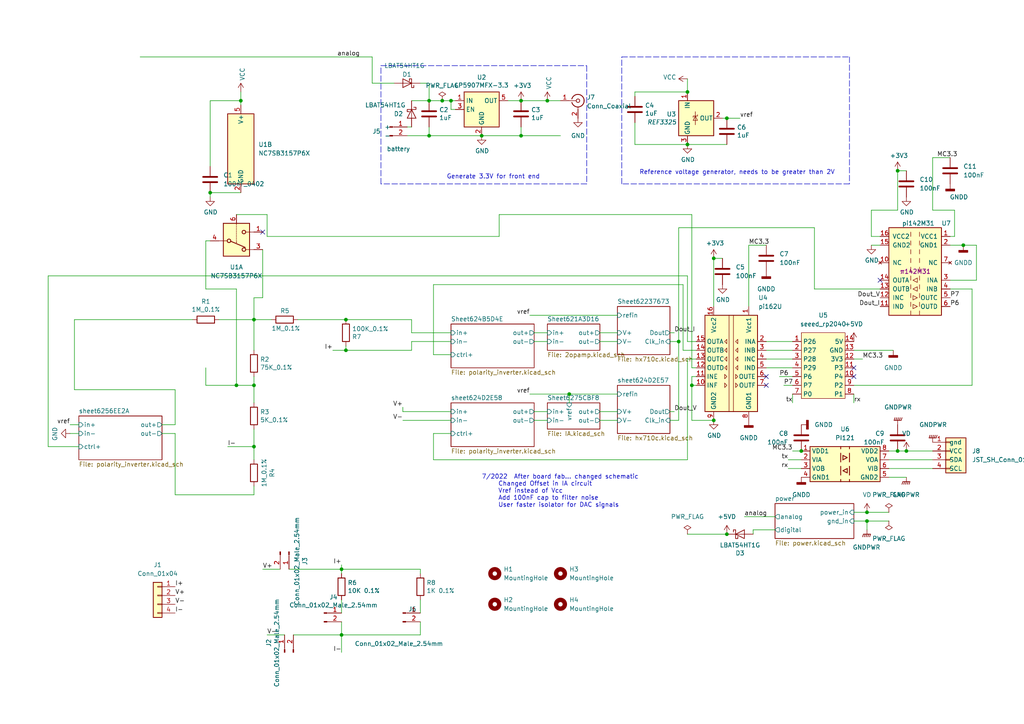
<source format=kicad_sch>
(kicad_sch (version 20211123) (generator eeschema)
  (paper "A4")
  (lib_symbols
    (symbol "0JLC-6:100K_0.1%" (pin_numbers hide) (pin_names (offset 0))
      (property "Reference" "R" (at 2.032 0 90))
      (property "Value" "100K_0.1%" (at 0 0 90))
      (symbol "100K_0.1%_1_1"
        (pin passive line (at 0 3.81 270) (length 1.27) (name "~") (number "1"))
        (pin passive line (at 0 -3.81 90) (length 1.27) (name "~") (number "2"))
      )
    )
    (symbol "0JLC-6:100nF" (pin_numbers hide) (pin_names (offset 0.254))
      (property "Reference" "C" (at 0.635 2.54 0))
      (property "Value" "100nF" (at 0.635 -2.54 0))
      (symbol "100nF_1_1"
        (pin passive line (at 0 3.81 270) (length 2.794) (name "~") (number "1"))
        (pin passive line (at 0 -3.81 90) (length 2.794) (name "~") (number "2"))
      )
    )
    (symbol "0JLC-6:100nF_0402" (pin_numbers hide) (pin_names (offset 0.254))
      (property "Reference" "C" (at 0.635 2.54 0))
      (property "Value" "100nF_0402" (at 0.635 -2.54 0))
      (symbol "100nF_0402_1_1"
        (pin passive line (at 0 3.81 270) (length 2.794) (name "~") (number "1"))
        (pin passive line (at 0 -3.81 90) (length 2.794) (name "~") (number "2"))
      )
    )
    (symbol "0JLC-6:10K" (pin_numbers hide) (pin_names (offset 0))
      (property "Reference" "R" (at 2.032 0 90))
      (property "Value" "10K" (at 0 0 90))
      (symbol "10K_1_1"
        (pin passive line (at 0 3.81 270) (length 1.27) (name "~") (number "1"))
        (pin passive line (at 0 -3.81 90) (length 1.27) (name "~") (number "2"))
      )
    )
    (symbol "0JLC-6:1K" (pin_numbers hide) (pin_names (offset 0))
      (property "Reference" "R" (at 2.032 0 90))
      (property "Value" "1K" (at 0 0 90))
      (symbol "1K_1_1"
        (pin passive line (at 0 3.81 270) (length 1.27) (name "~") (number "1"))
        (pin passive line (at 0 -3.81 90) (length 1.27) (name "~") (number "2"))
      )
    )
    (symbol "0JLC-6:1M_0.1%" (pin_numbers hide) (pin_names (offset 0))
      (property "Reference" "R" (at 2.032 0 90))
      (property "Value" "1M_0.1%" (at 0 0 90))
      (symbol "1M_0.1%_1_1"
        (pin passive line (at 0 3.81 270) (length 1.27) (name "~") (number "1"))
        (pin passive line (at 0 -3.81 90) (length 1.27) (name "~") (number "2"))
      )
    )
    (symbol "0JLC-6:1uF" (pin_numbers hide) (pin_names (offset 0.254))
      (property "Reference" "C" (at 0.635 2.54 0))
      (property "Value" "1uF" (at 0.635 -2.54 0))
      (symbol "1uF_1_1"
        (pin passive line (at 0 3.81 270) (length 2.794) (name "~") (number "1"))
        (pin passive line (at 0 -3.81 90) (length 2.794) (name "~") (number "2"))
      )
    )
    (symbol "0JLC-6:5K_0.1%" (pin_numbers hide) (pin_names (offset 0))
      (property "Reference" "R" (at 2.032 0 90))
      (property "Value" "5K_0.1%" (at 0 0 90))
      (symbol "5K_0.1%_1_1"
        (pin passive line (at 0 3.81 270) (length 1.27) (name "~") (number "1"))
        (pin passive line (at 0 -3.81 90) (length 1.27) (name "~") (number "2"))
      )
    )
    (symbol "0JLC-6:75K_0.1%" (pin_numbers hide) (pin_names (offset 0))
      (property "Reference" "R" (at 2.032 0 90))
      (property "Value" "75K_0.1%" (at 0 0 90))
      (symbol "75K_0.1%_1_1"
        (pin passive line (at 0 3.81 270) (length 1.27) (name "~") (number "1"))
        (pin passive line (at 0 -3.81 90) (length 1.27) (name "~") (number "2"))
      )
    )
    (symbol "0JLC-6:Conn_01x02_Male_2.54mm" (pin_names (offset 1.016) hide)
      (property "Reference" "J" (at 0 2.54 0))
      (property "Value" "Conn_01x02_Male_2.54mm" (at 0 -5.08 0))
      (symbol "Conn_01x02_Male_2.54mm_1_1"
        (pin passive line (at 5.08 0 180) (length 3.81) (name "Pin_1") (number "1"))
        (pin passive line (at 5.08 -2.54 180) (length 3.81) (name "Pin_2") (number "2"))
      )
    )
    (symbol "0JLC-6:JST-B2B-PH" (pin_names (offset 1.016))
      (property "Reference" "J" (at 0 2.54 0))
      (property "Value" "JST-B2B-PH" (at 0 -5.08 0))
      (symbol "JST-B2B-PH_1_1"
        (pin passive line (at 5.08 0 180) (length 3.81) (name "+") (number "1"))
        (pin passive line (at 5.08 -2.54 180) (length 3.81) (name "-") (number "2"))
      )
    )
    (symbol "0JLC-6:JST_SH_Conn_01x04_i2c_horizontal" (pin_names (offset 1.016))
      (property "Reference" "J" (at 0 5.08 0))
      (property "Value" "JST_SH_Conn_01x04_i2c_horizontal" (at 0 -7.62 0))
      (symbol "JST_SH_Conn_01x04_i2c_horizontal_1_1"
        (pin passive line (at -5.08 2.54 0) (length 3.81) (name "gnd") (number "1"))
        (pin passive line (at -5.08 0 0) (length 3.81) (name "VCC") (number "2"))
        (pin passive line (at -5.08 -2.54 0) (length 3.81) (name "SDA") (number "3"))
        (pin passive line (at -5.08 -5.08 0) (length 3.81) (name "SCL") (number "4"))
      )
    )
    (symbol "0JLC-6:LBAT54HT1G" (pin_numbers hide) (pin_names (offset 1.016) hide)
      (property "Reference" "D" (at 0 2.54 0))
      (property "Value" "LBAT54HT1G" (at 0 -2.54 0))
      (symbol "LBAT54HT1G_1_1"
        (pin passive line (at -3.81 0 0) (length 2.54) (name "K") (number "1"))
        (pin passive line (at 3.81 0 180) (length 2.54) (name "A") (number "2"))
      )
    )
    (symbol "0JLC-6:LP5907MFX-3.3"
      (property "Reference" "U" (at -3.81 6.35 0))
      (property "Value" "LP5907MFX-3.3" (at 6.35 6.35 0))
      (symbol "LP5907MFX-3.3_0_1"
        (pin power_in line (at -7.62 2.54 0) (length 2.54) (name "IN") (number "1"))
        (pin power_in line (at 0 -7.62 90) (length 2.54) (name "GND") (number "2"))
        (pin input line (at -7.62 0 0) (length 2.54) (name "EN") (number "3"))
        (pin no_connect line (at 5.08 0 180) (length 2.54) hide (name "NC") (number "4"))
        (pin power_out line (at 7.62 2.54 180) (length 2.54) (name "OUT") (number "5"))
      )
    )
    (symbol "0JLC-6:PI121"
      (property "Reference" "U" (at -8.89 6.35 0))
      (property "Value" "PI121" (at 1.27 6.35 0))
      (symbol "PI121_1_1"
        (pin power_in line (at -12.7 3.81 0) (length 2.54) (name "VDD1") (number "1"))
        (pin input line (at -12.7 1.27 0) (length 2.54) (name "VIA") (number "2"))
        (pin output line (at -12.7 -1.27 0) (length 2.54) (name "VOB") (number "3"))
        (pin power_in line (at -12.7 -3.81 0) (length 2.54) (name "GND1") (number "4"))
        (pin power_in line (at 12.7 -3.81 180) (length 2.54) (name "GND2") (number "5"))
        (pin input line (at 12.7 -1.27 180) (length 2.54) (name "VIB") (number "6"))
        (pin output line (at 12.7 1.27 180) (length 2.54) (name "VOA") (number "7"))
        (pin power_in line (at 12.7 3.81 180) (length 2.54) (name "VDD2") (number "8"))
      )
    )
    (symbol "0JLC-6:pi142x3x" (pin_names (offset 1.016))
      (property "Reference" "U?" (at 0 17.78 0))
      (property "Value" "pi142x3x" (at 0 15.24 0))
      (property "MPN" "π142M31" (at 0 0 0))
      (symbol "pi142x3x_1_1"
        (pin power_in line (at -10.16 10.16 0) (length 2.54) (name "VCC1") (number "1"))
        (pin no_connect line (at 10.16 2.54 180) (length 2.54) (name "NC") (number "10"))
        (pin input line (at 10.16 -10.16 180) (length 2.54) (name "IND") (number "11"))
        (pin input line (at 10.16 -7.62 180) (length 2.54) (name "INC") (number "12"))
        (pin output line (at 10.16 -5.08 180) (length 2.54) (name "OUTB") (number "13"))
        (pin output line (at 10.16 -2.54 180) (length 2.54) (name "OUTA") (number "14"))
        (pin power_in line (at 10.16 7.62 180) (length 2.54) (name "GND2") (number "15"))
        (pin power_in line (at 10.16 10.16 180) (length 2.54) (name "VCC2") (number "16"))
        (pin power_in line (at -10.16 7.62 0) (length 2.54) (name "GND1") (number "2"))
        (pin input line (at -10.16 -2.54 0) (length 2.54) (name "INA") (number "3"))
        (pin input line (at -10.16 -5.08 0) (length 2.54) (name "INB") (number "4"))
        (pin output line (at -10.16 -7.62 0) (length 2.54) (name "OUTC") (number "5"))
        (pin output line (at -10.16 -10.16 0) (length 2.54) (name "OUTD") (number "6"))
        (pin no_connect line (at -10.16 2.54 0) (length 2.54) (name "NC") (number "7"))
        (pin passive line (at -10.16 7.62 0) (length 2.54) hide (name "GND1") (number "8"))
        (pin passive line (at 10.16 7.62 180) (length 2.54) hide (name "GND2") (number "9"))
      )
    )
    (symbol "Analog_Switch:NC7SB3157P6X" (pin_names (offset 0.127))
      (property "Reference" "U" (at -3.175 4.699 0))
      (property "Value" "NC7SB3157P6X" (at -3.175 2.921 0))
      (symbol "NC7SB3157P6X_1_1"
        (pin passive line (at 7.62 -5.08 180) (length 2.54) (name "~") (number "1"))
        (pin passive line (at 7.62 0 180) (length 2.54) (name "~") (number "3"))
        (pin passive line (at -7.62 -2.54 0) (length 2.54) (name "~") (number "4"))
        (pin input line (at 0 -10.16 90) (length 2.54) (name "~") (number "6"))
      )
      (symbol "NC7SB3157P6X_2_0"
        (pin power_in line (at 0 -12.7 90) (length 2.54) (name "GND") (number "2"))
        (pin power_in line (at 0 12.7 270) (length 2.54) (name "V+") (number "5"))
      )
    )
    (symbol "Connector:Conn_Coaxial" (pin_names (offset 1.016) hide)
      (property "Reference" "J" (at 0.254 3.048 0))
      (property "Value" "Conn_Coaxial" (at 2.921 0 90))
      (symbol "Conn_Coaxial_1_1"
        (pin passive line (at -5.08 0 0) (length 2.54) (name "In") (number "1"))
        (pin passive line (at 0 -5.08 90) (length 2.54) (name "Ext") (number "2"))
      )
    )
    (symbol "Connector_Generic:Conn_01x04" (pin_names (offset 1.016) hide)
      (property "Reference" "J" (at 0 5.08 0))
      (property "Value" "Conn_01x04" (at 0 -7.62 0))
      (symbol "Conn_01x04_1_1"
        (pin passive line (at -5.08 2.54 0) (length 3.81) (name "Pin_1") (number "1"))
        (pin passive line (at -5.08 0 0) (length 3.81) (name "Pin_2") (number "2"))
        (pin passive line (at -5.08 -2.54 0) (length 3.81) (name "Pin_3") (number "3"))
        (pin passive line (at -5.08 -5.08 0) (length 3.81) (name "Pin_4") (number "4"))
      )
    )
    (symbol "Isolator:ISO7762DW"
      (property "Reference" "U" (at 8.255 14.605 0))
      (property "Value" "ISO7762DW" (at 8.255 12.065 0))
      (symbol "ISO7762DW_1_1"
        (pin power_in line (at -5.08 17.78 270) (length 2.54) (name "Vcc1") (number "1"))
        (pin input line (at 10.16 -5.08 180) (length 2.54) (name "INF") (number "10"))
        (pin input line (at 10.16 -2.54 180) (length 2.54) (name "INE") (number "11"))
        (pin output line (at 10.16 0 180) (length 2.54) (name "OUTD") (number "12"))
        (pin output line (at 10.16 2.54 180) (length 2.54) (name "OUTC") (number "13"))
        (pin output line (at 10.16 5.08 180) (length 2.54) (name "OUTB") (number "14"))
        (pin output line (at 10.16 7.62 180) (length 2.54) (name "OUTA") (number "15"))
        (pin power_in line (at 5.08 17.78 270) (length 2.54) (name "Vcc2") (number "16"))
        (pin input line (at -10.16 7.62 0) (length 2.54) (name "INA") (number "2"))
        (pin input line (at -10.16 5.08 0) (length 2.54) (name "INB") (number "3"))
        (pin input line (at -10.16 2.54 0) (length 2.54) (name "INC") (number "4"))
        (pin input line (at -10.16 0 0) (length 2.54) (name "IND") (number "5"))
        (pin output line (at -10.16 -2.54 0) (length 2.54) (name "OUTE") (number "6"))
        (pin output line (at -10.16 -5.08 0) (length 2.54) (name "OUTF") (number "7"))
        (pin power_in line (at -5.08 -15.24 90) (length 2.54) (name "GND1") (number "8"))
        (pin power_in line (at 5.08 -15.24 90) (length 2.54) (name "GND2") (number "9"))
      )
    )
    (symbol "Mechanical:MountingHole" (pin_names (offset 1.016))
      (property "Reference" "H" (at 0 5.08 0))
      (property "Value" "MountingHole" (at 0 3.175 0))
    )
    (symbol "Reference_Voltage:REF3033" (pin_names (offset 0.254))
      (property "Reference" "U" (at 0 6.35 0))
      (property "Value" "REF3033" (at 2.54 -6.35 0))
      (symbol "REF3033_1_1"
        (pin power_in line (at -2.54 7.62 270) (length 2.54) (name "IN") (number "1"))
        (pin power_out line (at 7.62 0 180) (length 2.54) (name "OUT") (number "2"))
        (pin power_in line (at -2.54 -7.62 90) (length 2.54) (name "GND") (number "3"))
      )
    )
    (symbol "power:+3.3V" (power) (pin_names (offset 0))
      (property "Value" "+3.3V" (at 0 3.556 0))
      (symbol "+3.3V_1_1"
        (pin power_in line (at 0 0 90) (length 0) hide (name "+3V3") (number "1"))
      )
    )
    (symbol "power:+5VD" (power) (pin_names (offset 0))
      (property "Value" "+5VD" (at 0 3.556 0))
      (symbol "+5VD_1_1"
        (pin power_in line (at 0 0 90) (length 0) hide (name "+5VD") (number "1"))
      )
    )
    (symbol "power:GND" (power) (pin_names (offset 0))
      (property "Value" "GND" (at 0 -3.81 0))
      (symbol "GND_1_1"
        (pin power_in line (at 0 0 270) (length 0) hide (name "GND") (number "1"))
      )
    )
    (symbol "power:GNDD" (power) (pin_names (offset 0))
      (property "Value" "GNDD" (at 0 -3.175 0))
      (symbol "GNDD_1_1"
        (pin power_in line (at 0 0 270) (length 0) hide (name "GNDD") (number "1"))
      )
    )
    (symbol "power:GNDPWR" (power) (pin_names (offset 0))
      (property "Value" "GNDPWR" (at 0 -3.302 0))
      (symbol "GNDPWR_1_1"
        (pin power_in line (at 0 0 270) (length 0) hide (name "GNDPWR") (number "1"))
      )
    )
    (symbol "power:PWR_FLAG" (power) (pin_numbers hide) (pin_names (offset 0) hide)
      (property "Value" "PWR_FLAG" (at 0 3.81 0))
      (symbol "PWR_FLAG_0_0"
        (pin power_out line (at 0 0 90) (length 0) (name "pwr") (number "1"))
      )
    )
    (symbol "power:VCC" (power) (pin_names (offset 0))
      (property "Value" "VCC" (at 0 3.81 0))
      (symbol "VCC_1_1"
        (pin power_in line (at 0 0 90) (length 0) hide (name "VCC") (number "1"))
      )
    )
    (symbol "power:VD" (power) (pin_names (offset 0))
      (property "Value" "VD" (at 0 3.81 0))
      (symbol "VD_1_1"
        (pin power_in line (at 0 0 90) (length 0) hide (name "VD") (number "1"))
      )
    )
    (symbol "schematic_library:seeed_rp2040"
      (property "Reference" "U" (at -2.54 1.27 0))
      (property "Value" "seeed_rp2040" (at 0 3.81 0))
      (symbol "seeed_rp2040_1_1"
        (pin bidirectional line (at -8.89 -2.54 0) (length 2.54) (name "P26") (number "1"))
        (pin bidirectional line (at 8.89 -12.7 180) (length 2.54) (name "P4") (number "10"))
        (pin bidirectional line (at 8.89 -10.16 180) (length 2.54) (name "P3") (number "11"))
        (pin power_out line (at 8.89 -7.62 180) (length 2.54) (name "3V3") (number "12"))
        (pin passive line (at 8.89 -5.08 180) (length 2.54) (name "GND") (number "13"))
        (pin passive line (at 8.89 -2.54 180) (length 2.54) (name "5V") (number "14"))
        (pin bidirectional line (at -8.89 -5.08 0) (length 2.54) (name "P27") (number "2"))
        (pin bidirectional line (at -8.89 -7.62 0) (length 2.54) (name "P28") (number "3"))
        (pin bidirectional line (at -8.89 -10.16 0) (length 2.54) (name "P29") (number "4"))
        (pin bidirectional line (at -8.89 -12.7 0) (length 2.54) (name "P6") (number "5"))
        (pin bidirectional line (at -8.89 -15.24 0) (length 2.54) (name "P7") (number "6"))
        (pin bidirectional line (at -8.89 -17.78 0) (length 2.54) (name "P0") (number "7"))
        (pin bidirectional line (at 8.89 -17.78 180) (length 2.54) (name "P1") (number "8"))
        (pin bidirectional line (at 8.89 -15.24 180) (length 2.54) (name "P2") (number "9"))
      )
    )
  )
  (junction (at 260.35 49.53))
  (junction (at 251.46 148.59))
  (junction (at 128.27 29.21))
  (junction (at 200.66 111.76))
  (junction (at 100.33 92.71))
  (junction (at 262.89 130.81))
  (junction (at 99.06 184.15))
  (junction (at 251.46 151.13))
  (junction (at 210.82 34.29))
  (junction (at 232.41 130.81))
  (junction (at 279.4 71.12))
  (junction (at 139.7 39.37))
  (junction (at 73.66 92.71))
  (junction (at 210.82 154.94))
  (junction (at 199.39 26.67))
  (junction (at 124.46 29.21))
  (junction (at 158.75 29.21))
  (junction (at 60.96 55.88))
  (junction (at 99.06 165.1))
  (junction (at 165.1 114.3))
  (junction (at 69.85 29.21))
  (junction (at 73.66 129.54))
  (junction (at 196.85 99.06))
  (junction (at 207.01 121.92))
  (junction (at 68.58 111.76))
  (junction (at 73.66 111.76))
  (junction (at 151.13 29.21))
  (junction (at 130.81 29.21))
  (junction (at 100.33 101.6))
  (junction (at 124.46 39.37))
  (junction (at 199.39 41.91))
  (junction (at 207.01 74.93))
  (junction (at 260.35 130.81))
  (junction (at 151.13 39.37))
  (no_connect (at 76.2 67.31))
  (no_connect (at 247.65 109.22))
  (no_connect (at 247.65 106.68))
  (no_connect (at 255.27 81.28))
  (no_connect (at 222.25 109.22))
  (no_connect (at 222.25 111.76))
  (wire (pts (xy 121.92 165.1) (xy 121.92 166.37)))
  (wire (pts (xy 124.46 39.37) (xy 139.7 39.37)))
  (wire (pts (xy 77.47 184.15) (xy 82.55 184.15)))
  (wire (pts (xy 119.38 29.21) (xy 124.46 29.21)))
  (wire (pts (xy 194.31 99.06) (xy 196.85 99.06)))
  (wire (pts (xy 165.1 114.3) (xy 165.1 116.84)))
  (wire (pts (xy 228.6 135.89) (xy 232.41 135.89)))
  (wire (pts (xy 21.59 113.03) (xy 21.59 92.71)))
  (wire (pts (xy 154.94 121.92) (xy 158.75 121.92)))
  (wire (pts (xy 276.86 60.96) (xy 276.86 68.58)))
  (wire (pts (xy 50.8 125.73) (xy 50.8 143.51)))
  (wire (pts (xy 13.97 129.54) (xy 22.86 129.54)))
  (polyline (pts (xy 170.18 53.34) (xy 110.49 53.34)))
  (wire (pts (xy 69.85 29.21) (xy 69.85 30.48)))
  (wire (pts (xy 194.31 119.38) (xy 195.58 119.38)))
  (wire (pts (xy 99.06 180.34) (xy 99.06 184.15)))
  (wire (pts (xy 118.11 36.83) (xy 119.38 36.83)))
  (wire (pts (xy 107.95 24.13) (xy 107.95 16.51)))
  (wire (pts (xy 50.8 123.19) (xy 50.8 113.03)))
  (wire (pts (xy 217.17 71.12) (xy 222.25 71.12)))
  (wire (pts (xy 121.92 173.99) (xy 121.92 177.8)))
  (wire (pts (xy 130.81 99.06) (xy 119.38 99.06)))
  (wire (pts (xy 121.92 184.15) (xy 99.06 184.15)))
  (wire (pts (xy 283.21 81.28) (xy 283.21 71.12)))
  (wire (pts (xy 100.33 100.33) (xy 100.33 101.6)))
  (wire (pts (xy 210.82 34.29) (xy 214.63 34.29)))
  (wire (pts (xy 196.85 99.06) (xy 196.85 121.92)))
  (wire (pts (xy 119.38 99.06) (xy 119.38 101.6)))
  (wire (pts (xy 68.58 83.82) (xy 59.69 83.82)))
  (wire (pts (xy 200.66 62.23) (xy 200.66 106.68)))
  (wire (pts (xy 69.85 26.67) (xy 69.85 29.21)))
  (wire (pts (xy 119.38 101.6) (xy 100.33 101.6)))
  (wire (pts (xy 162.56 39.37) (xy 151.13 39.37)))
  (wire (pts (xy 251.46 151.13) (xy 257.81 151.13)))
  (wire (pts (xy 99.06 184.15) (xy 99.06 189.23)))
  (wire (pts (xy 125.73 133.35) (xy 125.73 125.73)))
  (wire (pts (xy 73.66 86.36) (xy 73.66 92.71)))
  (wire (pts (xy 125.73 133.35) (xy 199.39 133.35)))
  (wire (pts (xy 198.12 82.55) (xy 125.73 82.55)))
  (wire (pts (xy 229.87 114.3) (xy 229.87 116.84)))
  (wire (pts (xy 130.81 119.38) (xy 116.84 119.38)))
  (wire (pts (xy 218.44 153.67) (xy 218.44 154.94)))
  (wire (pts (xy 257.81 135.89) (xy 270.51 135.89)))
  (wire (pts (xy 50.8 143.51) (xy 73.66 143.51)))
  (wire (pts (xy 196.85 121.92) (xy 194.31 121.92)))
  (wire (pts (xy 73.66 92.71) (xy 73.66 101.6)))
  (wire (pts (xy 147.32 29.21) (xy 151.13 29.21)))
  (wire (pts (xy 77.47 68.58) (xy 144.78 68.58)))
  (wire (pts (xy 66.04 129.54) (xy 73.66 129.54)))
  (wire (pts (xy 59.69 69.85) (xy 60.96 69.85)))
  (wire (pts (xy 73.66 109.22) (xy 73.66 111.76)))
  (wire (pts (xy 227.33 111.76) (xy 229.87 111.76)))
  (wire (pts (xy 144.78 62.23) (xy 200.66 62.23)))
  (wire (pts (xy 59.69 83.82) (xy 59.69 69.85)))
  (wire (pts (xy 154.94 119.38) (xy 158.75 119.38)))
  (wire (pts (xy 247.65 101.6) (xy 259.08 101.6)))
  (wire (pts (xy 215.9 149.86) (xy 224.79 149.86)))
  (wire (pts (xy 73.66 92.71) (xy 78.74 92.71)))
  (wire (pts (xy 281.94 83.82) (xy 281.94 111.76)))
  (wire (pts (xy 228.6 133.35) (xy 232.41 133.35)))
  (wire (pts (xy 124.46 29.21) (xy 128.27 29.21)))
  (wire (pts (xy 144.78 68.58) (xy 144.78 62.23)))
  (wire (pts (xy 251.46 151.13) (xy 251.46 153.67)))
  (wire (pts (xy 60.96 55.88) (xy 60.96 57.15)))
  (wire (pts (xy 207.01 74.93) (xy 209.55 74.93)))
  (wire (pts (xy 251.46 148.59) (xy 247.65 148.59)))
  (wire (pts (xy 236.22 66.04) (xy 196.85 66.04)))
  (wire (pts (xy 198.12 101.6) (xy 198.12 82.55)))
  (wire (pts (xy 132.08 31.75) (xy 130.81 31.75)))
  (wire (pts (xy 247.65 111.76) (xy 281.94 111.76)))
  (wire (pts (xy 99.06 165.1) (xy 99.06 166.37)))
  (wire (pts (xy 116.84 119.38) (xy 116.84 118.11)))
  (wire (pts (xy 73.66 111.76) (xy 73.66 116.84)))
  (wire (pts (xy 21.59 92.71) (xy 55.88 92.71)))
  (wire (pts (xy 63.5 92.71) (xy 73.66 92.71)))
  (wire (pts (xy 199.39 104.14) (xy 201.93 104.14)))
  (wire (pts (xy 260.35 130.81) (xy 262.89 130.81)))
  (wire (pts (xy 199.39 41.91) (xy 184.15 41.91)))
  (wire (pts (xy 226.06 109.22) (xy 229.87 109.22)))
  (wire (pts (xy 60.96 48.26) (xy 60.96 29.21)))
  (wire (pts (xy 275.59 83.82) (xy 281.94 83.82)))
  (wire (pts (xy 260.35 49.53) (xy 262.89 49.53)))
  (wire (pts (xy 99.06 173.99) (xy 99.06 177.8)))
  (wire (pts (xy 251.46 148.59) (xy 257.81 148.59)))
  (wire (pts (xy 116.84 121.92) (xy 130.81 121.92)))
  (wire (pts (xy 154.94 99.06) (xy 158.75 99.06)))
  (polyline (pts (xy 246.38 16.51) (xy 246.38 53.34)))
  (wire (pts (xy 270.51 45.72) (xy 270.51 60.96)))
  (wire (pts (xy 179.07 114.3) (xy 165.1 114.3)))
  (wire (pts (xy 165.1 114.3) (xy 153.67 114.3)))
  (wire (pts (xy 121.92 24.13) (xy 124.46 24.13)))
  (wire (pts (xy 119.38 92.71) (xy 119.38 96.52)))
  (polyline (pts (xy 180.34 53.34) (xy 180.34 16.51)))
  (wire (pts (xy 179.07 91.44) (xy 153.67 91.44)))
  (wire (pts (xy 275.59 81.28) (xy 283.21 81.28)))
  (wire (pts (xy 201.93 109.22) (xy 200.66 109.22)))
  (wire (pts (xy 50.8 113.03) (xy 21.59 113.03)))
  (wire (pts (xy 107.95 16.51) (xy 40.64 16.51)))
  (wire (pts (xy 247.65 114.3) (xy 247.65 116.84)))
  (wire (pts (xy 275.59 71.12) (xy 279.4 71.12)))
  (polyline (pts (xy 110.49 19.05) (xy 170.18 19.05)))
  (wire (pts (xy 86.36 92.71) (xy 100.33 92.71)))
  (polyline (pts (xy 110.49 53.34) (xy 110.49 19.05)))
  (wire (pts (xy 199.39 80.01) (xy 199.39 99.06)))
  (wire (pts (xy 257.81 130.81) (xy 260.35 130.81)))
  (polyline (pts (xy 170.18 19.05) (xy 170.18 53.34)))
  (polyline (pts (xy 180.34 16.51) (xy 246.38 16.51)))
  (wire (pts (xy 130.81 29.21) (xy 132.08 29.21)))
  (wire (pts (xy 199.39 99.06) (xy 201.93 99.06)))
  (wire (pts (xy 179.07 119.38) (xy 173.99 119.38)))
  (wire (pts (xy 255.27 83.82) (xy 236.22 83.82)))
  (wire (pts (xy 99.06 165.1) (xy 121.92 165.1)))
  (wire (pts (xy 130.81 31.75) (xy 130.81 29.21)))
  (wire (pts (xy 69.85 55.88) (xy 60.96 55.88)))
  (wire (pts (xy 68.58 111.76) (xy 68.58 83.82)))
  (wire (pts (xy 76.2 72.39) (xy 76.2 86.36)))
  (wire (pts (xy 184.15 41.91) (xy 184.15 35.56)))
  (wire (pts (xy 200.66 111.76) (xy 201.93 111.76)))
  (wire (pts (xy 73.66 129.54) (xy 73.66 133.35)))
  (wire (pts (xy 173.99 99.06) (xy 179.07 99.06)))
  (wire (pts (xy 236.22 83.82) (xy 236.22 66.04)))
  (wire (pts (xy 199.39 22.86) (xy 199.39 26.67)))
  (wire (pts (xy 199.39 154.94) (xy 210.82 154.94)))
  (wire (pts (xy 68.58 111.76) (xy 73.66 111.76)))
  (wire (pts (xy 201.93 106.68) (xy 200.66 106.68)))
  (wire (pts (xy 222.25 106.68) (xy 229.87 106.68)))
  (wire (pts (xy 247.65 151.13) (xy 251.46 151.13)))
  (wire (pts (xy 200.66 111.76) (xy 200.66 121.92)))
  (wire (pts (xy 158.75 29.21) (xy 162.56 29.21)))
  (wire (pts (xy 46.99 125.73) (xy 50.8 125.73)))
  (wire (pts (xy 125.73 125.73) (xy 130.81 125.73)))
  (wire (pts (xy 201.93 101.6) (xy 198.12 101.6)))
  (wire (pts (xy 257.81 138.43) (xy 262.89 138.43)))
  (wire (pts (xy 13.97 129.54) (xy 13.97 80.01)))
  (wire (pts (xy 179.07 96.52) (xy 173.99 96.52)))
  (wire (pts (xy 199.39 133.35) (xy 199.39 104.14)))
  (wire (pts (xy 81.28 165.1) (xy 76.2 165.1)))
  (wire (pts (xy 99.06 163.83) (xy 99.06 165.1)))
  (wire (pts (xy 260.35 49.53) (xy 260.35 60.96)))
  (wire (pts (xy 184.15 26.67) (xy 199.39 26.67)))
  (wire (pts (xy 68.58 62.23) (xy 77.47 62.23)))
  (wire (pts (xy 209.55 34.29) (xy 210.82 34.29)))
  (wire (pts (xy 276.86 68.58) (xy 275.59 68.58)))
  (wire (pts (xy 210.82 41.91) (xy 199.39 41.91)))
  (wire (pts (xy 46.99 123.19) (xy 50.8 123.19)))
  (wire (pts (xy 252.73 71.12) (xy 255.27 71.12)))
  (wire (pts (xy 59.69 106.68) (xy 59.69 111.76)))
  (wire (pts (xy 252.73 60.96) (xy 260.35 60.96)))
  (wire (pts (xy 20.32 123.19) (xy 22.86 123.19)))
  (wire (pts (xy 100.33 92.71) (xy 119.38 92.71)))
  (wire (pts (xy 222.25 104.14) (xy 229.87 104.14)))
  (wire (pts (xy 125.73 102.87) (xy 130.81 102.87)))
  (wire (pts (xy 59.69 111.76) (xy 68.58 111.76)))
  (wire (pts (xy 121.92 180.34) (xy 121.92 184.15)))
  (wire (pts (xy 255.27 68.58) (xy 252.73 68.58)))
  (wire (pts (xy 125.73 82.55) (xy 125.73 102.87)))
  (wire (pts (xy 13.97 80.01) (xy 199.39 80.01)))
  (wire (pts (xy 195.58 96.52) (xy 194.31 96.52)))
  (wire (pts (xy 217.17 71.12) (xy 217.17 88.9)))
  (wire (pts (xy 128.27 29.21) (xy 130.81 29.21)))
  (wire (pts (xy 196.85 66.04) (xy 196.85 99.06)))
  (wire (pts (xy 76.2 86.36) (xy 73.66 86.36)))
  (wire (pts (xy 114.3 24.13) (xy 107.95 24.13)))
  (wire (pts (xy 270.51 60.96) (xy 276.86 60.96)))
  (wire (pts (xy 222.25 101.6) (xy 229.87 101.6)))
  (wire (pts (xy 73.66 124.46) (xy 73.66 129.54)))
  (polyline (pts (xy 246.38 53.34) (xy 180.34 53.34)))
  (wire (pts (xy 60.96 29.21) (xy 69.85 29.21)))
  (wire (pts (xy 229.87 130.81) (xy 232.41 130.81)))
  (wire (pts (xy 247.65 104.14) (xy 250.19 104.14)))
  (wire (pts (xy 252.73 68.58) (xy 252.73 60.96)))
  (wire (pts (xy 257.81 133.35) (xy 270.51 133.35)))
  (wire (pts (xy 124.46 36.83) (xy 124.46 39.37)))
  (wire (pts (xy 173.99 121.92) (xy 179.07 121.92)))
  (wire (pts (xy 85.09 184.15) (xy 99.06 184.15)))
  (wire (pts (xy 77.47 62.23) (xy 77.47 68.58)))
  (wire (pts (xy 151.13 29.21) (xy 158.75 29.21)))
  (wire (pts (xy 83.82 165.1) (xy 99.06 165.1)))
  (wire (pts (xy 124.46 24.13) (xy 124.46 29.21)))
  (wire (pts (xy 96.52 101.6) (xy 100.33 101.6)))
  (wire (pts (xy 73.66 140.97) (xy 73.66 143.51)))
  (wire (pts (xy 270.51 45.72) (xy 275.59 45.72)))
  (wire (pts (xy 151.13 39.37) (xy 139.7 39.37)))
  (wire (pts (xy 119.38 96.52) (xy 130.81 96.52)))
  (wire (pts (xy 207.01 74.93) (xy 207.01 88.9)))
  (wire (pts (xy 283.21 71.12) (xy 279.4 71.12)))
  (wire (pts (xy 200.66 121.92) (xy 207.01 121.92)))
  (wire (pts (xy 154.94 96.52) (xy 158.75 96.52)))
  (wire (pts (xy 262.89 130.81) (xy 270.51 130.81)))
  (wire (pts (xy 222.25 99.06) (xy 229.87 99.06)))
  (wire (pts (xy 151.13 36.83) (xy 151.13 39.37)))
  (wire (pts (xy 224.79 153.67) (xy 218.44 153.67)))
  (wire (pts (xy 20.32 125.73) (xy 22.86 125.73)))
  (wire (pts (xy 184.15 27.94) (xy 184.15 26.67)))
  (wire (pts (xy 118.11 39.37) (xy 124.46 39.37)))
  (wire (pts (xy 200.66 109.22) (xy 200.66 111.76)))
  (text "7/2022  After board fab... changed schematic \n	Changed Offset in IA circuit\n   	Vref instead of Vcc\n   	Add 100nF cap to filter noise\n	User faster isolator for DAC signals" (at 139.7 147.32 0) (effects (font (size 1.27 1.27)) (justify left bottom)))
  (text "Reference voltage generator, needs to be greater than 2V\n" (at 185.42 50.8 0) (effects (font (size 1.27 1.27)) (justify left bottom)))
  (text "Generate 3.3V for front end" (at 129.54 52.07 0) (effects (font (size 1.27 1.27)) (justify left bottom)))
  (label "Dout_V" (at 255.27 86.36 180))
  (label "vref" (at 153.67 91.44 180))
  (label "I-" (at 50.8 177.8 0))
  (label "Dout_I" (at 195.58 96.52 0))
  (label "V-" (at 116.84 121.92 180))
  (label "P7" (at 227.33 111.76 0))
  (label "MC3.3" (at 217.17 71.12 0))
  (label "analog" (at 215.9 149.86 0))
  (label "V+" (at 116.84 118.11 180))
  (label "I+" (at 99.06 163.83 180))
  (label "I+" (at 96.52 101.6 180))
  (label "tx" (at 228.6 133.35 180))
  (label "rx" (at 228.6 135.89 180))
  (label "V-" (at 77.47 184.15 0))
  (label "I-" (at 66.04 129.54 0))
  (label "Dout_V" (at 195.58 119.38 0))
  (label "I+" (at 50.8 170.18 0))
  (label "analog" (at 97.79 16.51 0))
  (label "MC3.3" (at 271.78 45.72 0))
  (label "vref" (at 20.32 123.19 180))
  (label "V-" (at 50.8 175.26 0))
  (label "P7" (at 275.59 86.36 0))
  (label "vref" (at 153.67 114.3 180))
  (label "P6" (at 226.06 109.22 0))
  (label "Dout_I" (at 255.27 88.9 180))
  (label "rx" (at 247.65 116.84 0))
  (label "I-" (at 99.06 189.23 180))
  (label "V+" (at 76.2 165.1 0))
  (label "P6" (at 275.59 88.9 0))
  (label "V+" (at 50.8 172.72 0))
  (label "tx" (at 229.87 116.84 180))
  (label "vref" (at 214.63 34.29 0))
  (label "MC3.3" (at 229.87 130.81 180))
  (label "MC3.3" (at 250.19 104.14 0))
  (symbol (lib_id "0JLC-6:1M_0.1%") (at 59.69 92.71 270) (unit 1)
    (property "Reference" "R1" (at 59.69 87.4522 90))
    (property "Value" "1M_0.1%" (at 59.69 89.7636 90))
    (property "Footprint" "Resistor_SMD:R_1206_3216Metric_Pad1.42x1.75mm_HandSolder" (effects hide))
    (property "LCSC" "C130127" (effects hide))
    (property "MPN" "TC0625B1004T5E" (effects hide))
  )
  (symbol (lib_id "0JLC-6:1M_0.1%") (at 73.66 137.16 180) (unit 1)
    (property "Reference" "R4" (at 78.9178 137.16 90))
    (property "Value" "1M_0.1%" (at 76.6064 137.16 90))
    (property "Footprint" "Resistor_SMD:R_1206_3216Metric_Pad1.42x1.75mm_HandSolder" (effects hide))
    (property "LCSC" "C130127" (effects hide))
    (property "MPN" "TC0625B1004T5E" (effects hide))
  )
  (symbol (lib_id "0JLC-6:1M_0.1%") (at 82.55 92.71 270) (unit 1)
    (property "Reference" "R5" (at 81.28 90.17 90) (effects (justify left)))
    (property "Value" "1M_0.1%" (at 78.74 95.25 90) (effects (justify left)))
    (property "Footprint" "Resistor_SMD:R_1206_3216Metric_Pad1.42x1.75mm_HandSolder" (effects hide))
    (property "LCSC" "C130127" (effects hide))
    (property "MPN" "TC0625B1004T5E" (effects hide))
  )
  (symbol (lib_id "0JLC-6:LP5907MFX-3.3") (at 139.7 31.75 0) (unit 1)
    (property "Reference" "U2" (at 139.7 22.4282 0))
    (property "Value" "LP5907MFX-3.3" (at 139.7 24.7396 0))
    (property "Footprint" "Package_TO_SOT_SMD:SOT-23-5" (effects hide))
    (property "Datasheet" "http://www.ti.com/lit/ds/symlink/lp5907.pdf" (effects hide))
    (property "LCSC" "C80670" (effects hide))
    (property "MPN" "LP5907MFX-3.3/NOPB" (effects hide))
  )
  (symbol (lib_id "0JLC-6:1uF") (at 124.46 33.02 0) (unit 1)
    (property "Reference" "C2" (at 127.381 31.8516 0) (effects (justify left)))
    (property "Value" "1uF" (at 127.381 34.163 0) (effects (justify left)))
    (property "Footprint" "Capacitor_SMD:C_0603_1608Metric_Pad1.05x0.95mm_HandSolder" (effects hide))
    (property "LCSC" "C15849" (effects hide))
    (property "MPN" "CL10A105KB8NNNC" (effects hide))
  )
  (symbol (lib_id "0JLC-6:1uF") (at 151.13 33.02 0) (unit 1)
    (property "Reference" "C3" (at 154.051 31.8516 0) (effects (justify left)))
    (property "Value" "1uF" (at 154.051 34.163 0) (effects (justify left)))
    (property "Footprint" "Capacitor_SMD:C_0603_1608Metric_Pad1.05x0.95mm_HandSolder" (effects hide))
    (property "LCSC" "C15849" (effects hide))
    (property "MPN" "CL10A105KB8NNNC" (effects hide))
  )
  (symbol (lib_id "power:+3.3V") (at 151.13 29.21 0) (unit 1)
    (property "Reference" "#PWR05" (effects hide))
    (property "Value" "+3.3V" (at 151.511 24.8158 0))
  )
  (symbol (lib_id "power:GND") (at 139.7 39.37 0) (unit 1)
    (property "Reference" "#PWR04" (effects hide))
    (property "Value" "GND" (at 139.827 43.7642 0))
  )
  (symbol (lib_id "0JLC-6:75K_0.1%") (at 73.66 105.41 0) (unit 1)
    (property "Reference" "R2" (at 75.438 104.2416 0) (effects (justify left)))
    (property "Value" "75K_0.1%" (at 75.438 106.553 0) (effects (justify left)))
    (property "Footprint" "Resistor_SMD:R_0805_2012Metric_Pad1.15x1.40mm_HandSolder" (effects hide))
    (property "MPN" "TC0525B7502T5E" (effects hide))
    (property "LCSC" "C111588" (effects hide))
  )
  (symbol (lib_id "0JLC-6:10K") (at 99.06 170.18 0) (unit 1)
    (property "Reference" "R6" (at 100.838 169.0116 0) (effects (justify left)))
    (property "Value" "10K 0.1%" (at 100.838 171.323 0) (effects (justify left)))
    (property "Footprint" "Resistor_SMD:R_0603_1608Metric_Pad1.05x0.95mm_HandSolder" (effects hide))
    (property "LCSC" "C723396" (effects hide))
    (property "MPN" "AT0603BRD0710KL" (effects hide))
  )
  (symbol (lib_id "0JLC-6:Conn_01x02_Male_2.54mm") (at 93.98 177.8 0) (unit 1)
    (property "Reference" "J4" (at 96.7232 173.2026 0))
    (property "Value" "Conn_01x02_Male_2.54mm" (at 96.7232 175.514 0))
    (property "Footprint" "Connector_PinHeader_2.54mm:PinHeader_1x02_P2.54mm_Vertical" (effects hide))
    (property "LCSC" "C358684" (effects hide))
    (property "MPN" "MTP125-1102S1" (effects hide))
  )
  (symbol (lib_id "0JLC-6:Conn_01x02_Male_2.54mm") (at 116.84 177.8 0) (unit 1)
    (property "Reference" "J6" (at 118.4148 176.6824 0) (effects (justify left)))
    (property "Value" "Conn_01x02_Male_2.54mm" (at 102.87 186.69 0) (effects (justify left)))
    (property "Footprint" "Connector_PinHeader_2.54mm:PinHeader_1x02_P2.54mm_Vertical" (effects hide))
    (property "LCSC" "C358684" (effects hide))
    (property "MPN" "MTP125-1102S1" (effects hide))
  )
  (symbol (lib_id "power:VCC") (at 158.75 29.21 0) (unit 1)
    (property "Reference" "#PWR06" (effects hide))
    (property "Value" "VCC" (at 159.2072 25.9842 90) (effects (justify left)))
  )
  (symbol (lib_id "power:GND") (at 20.32 125.73 270) (unit 1)
    (property "Reference" "#PWR01" (effects hide))
    (property "Value" "GND" (at 15.9258 125.857 0))
  )
  (symbol (lib_id "0JLC-6:JST-B2B-PH") (at 113.03 36.83 0) (unit 1)
    (property "Reference" "J5" (at 109.22 38.1 0))
    (property "Value" "battery" (at 115.57 43.18 0))
    (property "Footprint" "Connector_JST:JST_PH_B2B-PH-K_1x02_P2.00mm_Vertical" (effects hide))
    (property "LCSC" "C131337" (effects hide))
    (property "MPN" "B2B-PH-K-S(LF)(SN)" (effects hide))
  )
  (symbol (lib_id "0JLC-6:5K_0.1%") (at 73.66 120.65 0) (unit 1)
    (property "Reference" "R3" (at 75.438 119.4816 0) (effects (justify left)))
    (property "Value" "5K_0.1%" (at 75.438 121.793 0) (effects (justify left)))
    (property "Footprint" "Resistor_SMD:R_0805_2012Metric_Pad1.15x1.40mm_HandSolder" (effects hide))
    (property "LCSC" "C78980" (effects hide))
    (property "MPN" "TC0525B5001T5E" (effects hide))
  )
  (symbol (lib_id "0JLC-6:100K_0.1%") (at 100.33 96.52 0) (mirror x) (unit 1)
    (property "Reference" "R7" (at 102.108 97.6884 0) (effects (justify left)))
    (property "Value" "100K_0.1%" (at 102.108 95.377 0) (effects (justify left)))
    (property "Footprint" "Resistor_SMD:R_0603_1608Metric_Pad1.05x0.95mm_HandSolder" (effects hide))
    (property "MPN" "RT0603BRD07100KL" (effects hide))
    (property "LCSC" "C122538" (effects hide))
  )
  (symbol (lib_id "power:PWR_FLAG") (at 128.27 29.21 0) (unit 1)
    (property "Reference" "#FLG01" (effects hide))
    (property "Value" "PWR_FLAG" (at 128.27 24.8158 0))
  )
  (symbol (lib_id "Reference_Voltage:REF3033") (at 201.93 34.29 0) (unit 1)
    (property "Reference" "U3" (at 196.1134 33.1216 0) (effects (justify right)))
    (property "Value" "REF3325" (at 196.1134 35.433 0) (effects (font italic) (justify right)))
    (property "Footprint" "Package_TO_SOT_SMD:SOT-23" (effects hide))
    (property "Datasheet" "http://www.ti.com/lit/ds/symlink/ref3033.pdf" (effects hide))
    (property "LCSC" "C69039" (effects hide))
    (property "MPN" "REF3325AIDBZR" (effects hide))
  )
  (symbol (lib_id "0JLC-6:1uF") (at 184.15 31.75 0) (unit 1)
    (property "Reference" "C4" (at 187.071 30.5816 0) (effects (justify left)))
    (property "Value" "1uF" (at 187.071 32.893 0) (effects (justify left)))
    (property "Footprint" "Capacitor_SMD:C_0603_1608Metric_Pad1.05x0.95mm_HandSolder" (effects hide))
    (property "LCSC" "C15849" (effects hide))
    (property "MPN" "CL10A105KB8NNNC" (effects hide))
  )
  (symbol (lib_id "0JLC-6:1uF") (at 210.82 38.1 0) (unit 1)
    (property "Reference" "C6" (at 213.741 36.9316 0) (effects (justify left)))
    (property "Value" "1uF" (at 213.741 39.243 0) (effects (justify left)))
    (property "Footprint" "Capacitor_SMD:C_0603_1608Metric_Pad1.05x0.95mm_HandSolder" (effects hide))
    (property "LCSC" "C15849" (effects hide))
    (property "MPN" "CL10A105KB8NNNC" (effects hide))
  )
  (symbol (lib_id "power:VCC") (at 199.39 22.86 90) (unit 1)
    (property "Reference" "#PWR08" (effects hide))
    (property "Value" "VCC" (at 196.1642 22.4028 90) (effects (justify left)))
  )
  (symbol (lib_id "0JLC-6:1K") (at 121.92 170.18 0) (unit 1)
    (property "Reference" "R8" (at 123.698 169.0116 0) (effects (justify left)))
    (property "Value" "1K 0.1%" (at 123.698 171.323 0) (effects (justify left)))
    (property "Footprint" "Resistor_SMD:R_0603_1608Metric_Pad1.05x0.95mm_HandSolder" (effects hide))
    (property "LCSC" "C328422" (effects hide))
    (property "MPN" "PTFR0603B1K00P9" (effects hide))
  )
  (symbol (lib_id "0JLC-6:Conn_01x02_Male_2.54mm") (at 83.82 160.02 270) (unit 1)
    (property "Reference" "J3" (at 88.4174 162.7632 0))
    (property "Value" "Conn_01x02_Male_2.54mm" (at 86.106 162.7632 0))
    (property "Footprint" "Connector_PinHeader_2.54mm:PinHeader_1x02_P2.54mm_Vertical" (effects hide))
    (property "LCSC" "C358684" (effects hide))
    (property "MPN" "MTP125-1102S1" (effects hide))
  )
  (symbol (lib_id "0JLC-6:Conn_01x02_Male_2.54mm") (at 82.55 189.23 90) (unit 1)
    (property "Reference" "J2" (at 77.9526 186.4868 0))
    (property "Value" "Conn_01x02_Male_2.54mm" (at 80.264 186.4868 0))
    (property "Footprint" "Connector_PinHeader_2.54mm:PinHeader_1x02_P2.54mm_Vertical" (effects hide))
    (property "LCSC" "C358684" (effects hide))
    (property "MPN" "MTP125-1102S1" (effects hide))
  )
  (symbol (lib_id "0JLC-6:LBAT54HT1G") (at 119.38 33.02 270) (unit 1)
    (property "Reference" "D2" (at 115.57 33.02 90))
    (property "Value" "LBAT54HT1G" (at 111.76 30.48 90))
    (property "Footprint" "Diode_SMD:D_SOD-323" (effects hide))
    (property "LCSC" "C12744" (effects hide))
    (property "Field5" "LBAT54HT1G" (effects hide))
  )
  (symbol (lib_id "0JLC-6:LBAT54HT1G") (at 118.11 24.13 180) (unit 1)
    (property "Reference" "D1" (at 119.38 21.59 0) (effects (justify left)))
    (property "Value" "LBAT54HT1G" (at 123.19 19.05 0) (effects (justify left)))
    (property "Footprint" "Diode_SMD:D_SOD-323" (effects hide))
    (property "LCSC" "C12744" (effects hide))
    (property "Field5" "LBAT54HT1G" (effects hide))
  )
  (symbol (lib_id "power:GND") (at 199.39 41.91 0) (unit 1)
    (property "Reference" "#PWR09" (effects hide))
    (property "Value" "GND" (at 199.517 46.3042 0))
  )
  (symbol (lib_id "power:+5VD") (at 247.65 99.06 0) (unit 1)
    (property "Reference" "#PWR018" (effects hide))
    (property "Value" "+5VD" (at 247.65 93.98 0))
  )
  (symbol (lib_id "0JLC-6:PI121") (at 245.11 134.62 0) (unit 1)
    (property "Reference" "U6" (at 245.11 124.46 0))
    (property "Value" "PI121" (at 245.11 127 0))
    (property "Footprint" "Package_SO:SOIC-8_3.9x4.9mm_P1.27mm" (effects hide))
    (property "Datasheet" "https://datasheet.lcsc.com/lcsc/2001131822_2Pai-Semi-%CF%80121U31_C471589.pdf" (effects hide))
    (property "LCSC" "C471589" (effects hide))
    (property "MPN" "π121U31" (effects hide))
  )
  (symbol (lib_id "power:GND") (at 262.89 57.15 0) (unit 1)
    (property "Reference" "#PWR025" (effects hide))
    (property "Value" "GND" (at 263.017 61.5442 0))
  )
  (symbol (lib_id "Connector:Conn_Coaxial") (at 167.64 29.21 0) (unit 1)
    (property "Reference" "J7" (at 170.18 28.2331 0) (effects (justify left)))
    (property "Value" "Conn_Coaxial" (at 170.18 30.7731 0) (effects (justify left)))
    (property "Footprint" "Connector_Coaxial:U.FL_Hirose_U.FL-R-SMT-1_Vertical" (effects hide))
    (property "Datasheet" " ~" (effects hide))
  )
  (symbol (lib_id "power:GND") (at 252.73 71.12 0) (unit 1)
    (property "Reference" "#PWR023" (effects hide))
    (property "Value" "GND" (at 252.857 75.5142 0))
  )
  (symbol (lib_id "power:GNDPWR") (at 270.51 128.27 180) (unit 1)
    (property "Reference" "#PWR029" (effects hide))
    (property "Value" "GNDPWR" (at 270.637 123.19 0))
  )
  (symbol (lib_id "power:GNDD") (at 259.08 101.6 0) (unit 1)
    (property "Reference" "#PWR021" (effects hide))
    (property "Value" "GNDD" (at 259.08 106.68 0))
  )
  (symbol (lib_id "power:PWR_FLAG") (at 257.81 151.13 180) (unit 1)
    (property "Reference" "#FLG04" (effects hide))
    (property "Value" "PWR_FLAG" (at 257.81 156.21 0))
  )
  (symbol (lib_id "Analog_Switch:NC7SB3157P6X") (at 68.58 72.39 0) (mirror x) (unit 1)
    (property "Reference" "U1" (at 68.58 77.47 0))
    (property "Value" "NC7SB3157P6X" (at 68.58 80.01 0))
    (property "Footprint" "Package_TO_SOT_SMD:SOT-363_SC-70-6" (effects hide))
    (property "Datasheet" "https://www.onsemi.com/pub/Collateral/NC7SB3157-D.PDF" (effects hide))
  )
  (symbol (lib_id "Analog_Switch:NC7SB3157P6X") (at 69.85 43.18 0) (unit 2)
    (property "Reference" "U1" (at 74.93 41.9099 0) (effects (justify left)))
    (property "Value" "NC7SB3157P6X" (at 74.93 44.4499 0) (effects (justify left)))
    (property "Footprint" "Package_TO_SOT_SMD:SOT-363_SC-70-6" (effects hide))
    (property "Datasheet" "https://www.onsemi.com/pub/Collateral/NC7SB3157-D.PDF" (effects hide))
  )
  (symbol (lib_id "0JLC-6:JST_SH_Conn_01x04_i2c_horizontal") (at 275.59 130.81 0) (unit 1)
    (property "Reference" "J8" (at 281.94 130.8099 0) (effects (justify left)))
    (property "Value" "JST_SH_Conn_01x04_i2c_horizontal" (at 281.94 133.3499 0) (effects (justify left)))
    (property "Footprint" "Connector_JST:JST_SH_SM04B-SRSS-TB_1x04-1MP_P1.00mm_Horizontal" (effects hide))
    (property "LCSC" "C371571" (effects hide))
    (property "MPN" "A1001WR-S" (effects hide))
  )
  (symbol (lib_id "power:GND") (at 60.96 57.15 0) (unit 1)
    (property "Reference" "#PWR02" (effects hide))
    (property "Value" "GND" (at 61.087 61.5442 0))
  )
  (symbol (lib_id "power:GNDPWR") (at 251.46 153.67 0) (unit 1)
    (property "Reference" "#PWR020" (effects hide))
    (property "Value" "GNDPWR" (at 251.333 158.75 0))
  )
  (symbol (lib_id "0JLC-6:100nF") (at 222.25 74.93 0) (unit 1)
    (property "Reference" "C7" (at 226.06 73.6599 0) (effects (justify left)))
    (property "Value" "100nF" (at 226.06 76.1999 0) (effects (justify left)))
    (property "Footprint" "Capacitor_SMD:C_0603_1608Metric_Pad1.08x0.95mm_HandSolder" (effects hide))
    (property "LCSC" "C14663" (effects hide))
    (property "MPN" "CC0603KRX7R9BB104" (effects hide))
  )
  (symbol (lib_id "power:GNDD") (at 222.25 78.74 0) (unit 1)
    (property "Reference" "#PWR015" (effects hide))
    (property "Value" "GNDD" (at 222.25 83.82 0))
  )
  (symbol (lib_id "Mechanical:MountingHole") (at 143.51 175.26 0) (unit 1)
    (property "Reference" "H2" (at 146.05 173.9899 0) (effects (justify left)))
    (property "Value" "MountingHole" (at 146.05 176.5299 0) (effects (justify left)))
    (property "Footprint" "MountingHole:MountingHole_3.2mm_M3_Pad" (effects hide))
  )
  (symbol (lib_id "0JLC-6:100nF") (at 260.35 127 0) (mirror x) (unit 1)
    (property "Reference" "C9" (at 256.54 125.7299 0) (effects (justify right)))
    (property "Value" "100nF" (at 256.54 128.2699 0) (effects (justify right)))
    (property "Footprint" "Capacitor_SMD:C_0603_1608Metric_Pad1.08x0.95mm_HandSolder" (effects hide))
    (property "LCSC" "C14663" (effects hide))
    (property "MPN" "CC0603KRX7R9BB104" (effects hide))
  )
  (symbol (lib_id "0JLC-6:pi142x3x") (at 265.43 78.74 0) (mirror y) (unit 1)
    (property "Reference" "U7" (at 273.05 64.77 0) (effects (justify right)))
    (property "Value" "pi142M31" (at 261.62 64.77 0) (effects (justify right)))
    (property "Footprint" "Package_SO:SOIC-16_3.9x9.9mm_P1.27mm" (effects hide))
    (property "LCSC" "C471606" (effects hide))
    (property "MPN" "π142M31" (at 265.43 78.74 0))
  )
  (symbol (lib_id "0JLC-6:100nF_0402") (at 60.96 52.07 0) (unit 1)
    (property "Reference" "C1" (at 64.77 50.7999 0) (effects (justify left)))
    (property "Value" "100nF_0402" (at 64.77 53.3399 0) (effects (justify left)))
    (property "Footprint" "Capacitor_SMD:C_0402_1005Metric" (effects hide))
    (property "LCSC" "C1525" (effects hide))
    (property "MPN" "CL05B104KO5NNNC" (effects hide))
  )
  (symbol (lib_id "Mechanical:MountingHole") (at 162.56 175.26 0) (unit 1)
    (property "Reference" "H4" (at 165.1 173.9899 0) (effects (justify left)))
    (property "Value" "MountingHole" (at 165.1 176.5299 0) (effects (justify left)))
    (property "Footprint" "MountingHole:MountingHole_3.2mm_M3_Pad" (effects hide))
  )
  (symbol (lib_id "power:PWR_FLAG") (at 257.81 148.59 0) (unit 1)
    (property "Reference" "#FLG03" (effects hide))
    (property "Value" "PWR_FLAG" (at 257.81 143.51 0))
  )
  (symbol (lib_id "power:+3.3V") (at 260.35 49.53 0) (unit 1)
    (property "Reference" "#PWR022" (effects hide))
    (property "Value" "+3.3V" (at 260.731 45.1358 0))
  )
  (symbol (lib_id "power:GND") (at 209.55 82.55 0) (unit 1)
    (property "Reference" "#PWR012" (effects hide))
    (property "Value" "GND" (at 209.677 86.9442 0))
  )
  (symbol (lib_id "0JLC-6:100nF") (at 209.55 78.74 0) (unit 1)
    (property "Reference" "C5" (at 213.36 77.4699 0) (effects (justify left)))
    (property "Value" "100nF" (at 213.36 80.0099 0) (effects (justify left)))
    (property "Footprint" "Capacitor_SMD:C_0603_1608Metric_Pad1.08x0.95mm_HandSolder" (effects hide))
    (property "LCSC" "C14663" (effects hide))
    (property "MPN" "CC0603KRX7R9BB104" (effects hide))
  )
  (symbol (lib_id "Connector_Generic:Conn_01x04") (at 45.72 172.72 0) (mirror y) (unit 1)
    (property "Reference" "J1" (at 45.72 163.83 0))
    (property "Value" "Conn_01x04" (at 45.72 166.37 0))
    (property "Footprint" "Connector_JST:JST_SH_SM04B-SRSS-TB_1x04-1MP_P1.00mm_Horizontal" (effects hide))
    (property "LCSC" "C371571" (effects hide))
    (property "MPN" "A1001WR-S" (effects hide))
  )
  (symbol (lib_id "power:GNDPWR") (at 262.89 138.43 0) (unit 1)
    (property "Reference" "#PWR027" (effects hide))
    (property "Value" "GNDPWR" (at 262.763 143.51 0))
  )
  (symbol (lib_id "power:VD") (at 262.89 130.81 0) (unit 1)
    (property "Reference" "#PWR026" (effects hide))
    (property "Value" "VD" (at 262.89 125.73 0))
  )
  (symbol (lib_id "0JLC-6:100nF") (at 275.59 49.53 0) (unit 1)
    (property "Reference" "C11" (at 279.4 48.2599 0) (effects (justify left)))
    (property "Value" "100nF" (at 279.4 50.7999 0) (effects (justify left)))
    (property "Footprint" "Capacitor_SMD:C_0603_1608Metric_Pad1.08x0.95mm_HandSolder" (effects hide))
    (property "LCSC" "C14663" (effects hide))
    (property "MPN" "CC0603KRX7R9BB104" (effects hide))
  )
  (symbol (lib_id "0JLC-6:LBAT54HT1G") (at 214.63 154.94 0) (unit 1)
    (property "Reference" "D3" (at 214.63 160.4264 0))
    (property "Value" "LBAT54HT1G" (at 214.63 158.115 0))
    (property "Footprint" "Diode_SMD:D_SOD-323" (effects hide))
    (property "LCSC" "C12744" (effects hide))
    (property "Field5" "LBAT54HT1G" (effects hide))
  )
  (symbol (lib_id "power:GNDD") (at 217.17 121.92 0) (unit 1)
    (property "Reference" "#PWR014" (effects hide))
    (property "Value" "GNDD" (at 217.17 127 0))
  )
  (symbol (lib_id "Mechanical:MountingHole") (at 162.56 166.37 0) (unit 1)
    (property "Reference" "H3" (at 165.1 165.0999 0) (effects (justify left)))
    (property "Value" "MountingHole" (at 165.1 167.6399 0) (effects (justify left)))
    (property "Footprint" "MountingHole:MountingHole_3.2mm_M3_Pad" (effects hide))
  )
  (symbol (lib_id "power:PWR_FLAG") (at 199.39 154.94 0) (unit 1)
    (property "Reference" "#FLG02" (effects hide))
    (property "Value" "PWR_FLAG" (at 199.39 149.86 0))
  )
  (symbol (lib_id "power:GNDPWR") (at 260.35 123.19 180) (unit 1)
    (property "Reference" "#PWR024" (effects hide))
    (property "Value" "GNDPWR" (at 260.477 118.11 0))
  )
  (symbol (lib_id "power:GNDD") (at 279.4 71.12 0) (unit 1)
    (property "Reference" "#PWR028" (effects hide))
    (property "Value" "GNDD" (at 279.4 76.2 0))
  )
  (symbol (lib_id "power:+5VD") (at 210.82 154.94 0) (unit 1)
    (property "Reference" "#PWR013" (effects hide))
    (property "Value" "+5VD" (at 210.82 149.86 0))
  )
  (symbol (lib_id "0JLC-6:100nF") (at 232.41 127 0) (mirror x) (unit 1)
    (property "Reference" "C8" (at 228.6 125.7299 0) (effects (justify right)))
    (property "Value" "100nF" (at 228.6 128.2699 0) (effects (justify right)))
    (property "Footprint" "Capacitor_SMD:C_0603_1608Metric_Pad1.08x0.95mm_HandSolder" (effects hide))
    (property "LCSC" "C14663" (effects hide))
    (property "MPN" "CC0603KRX7R9BB104" (effects hide))
  )
  (symbol (lib_id "schematic_library:seeed_rp2040") (at 238.76 96.52 0) (unit 1)
    (property "Reference" "U5" (at 238.76 91.44 0))
    (property "Value" "seeed_rp2040" (at 238.76 93.98 0))
    (property "Footprint" "0project:DIP-XIAO-QTPY" (effects hide))
  )
  (symbol (lib_id "Isolator:ISO7762DW") (at 212.09 106.68 0) (mirror y) (unit 1)
    (property "Reference" "U4" (at 219.9387 86.36 0) (effects (justify right)))
    (property "Value" "pi162U" (at 219.9387 88.9 0) (effects (justify right)))
    (property "Footprint" "Package_SO:SOIC-16_3.9x9.9mm_P1.27mm" (effects hide))
    (property "Datasheet" "https://www.ti.com/lit/ds/symlink/iso7763.pdf" (effects hide))
  )
  (symbol (lib_id "power:GND") (at 167.64 34.29 0) (unit 1)
    (property "Reference" "#PWR07" (effects hide))
    (property "Value" "GND" (at 167.64 39.37 0))
    (property "Footprint" "Connector_Coaxial:U.FL_Hirose_U.FL-R-SMT-1_Vertical" (effects hide))
  )
  (symbol (lib_id "power:GNDD") (at 232.41 123.19 90) (unit 1)
    (property "Reference" "#PWR016" (effects hide))
    (property "Value" "GNDD" (at 236.22 123.1899 90) (effects (justify right)))
  )
  (symbol (lib_id "power:VCC") (at 69.85 26.67 0) (unit 1)
    (property "Reference" "#PWR03" (effects hide))
    (property "Value" "VCC" (at 70.3072 23.4442 90) (effects (justify left)))
  )
  (symbol (lib_id "power:GND") (at 207.01 121.92 0) (unit 1)
    (property "Reference" "#PWR011" (effects hide))
    (property "Value" "GND" (at 207.137 126.3142 0))
  )
  (symbol (lib_id "power:VD") (at 251.46 148.59 0) (unit 1)
    (property "Reference" "#PWR019" (effects hide))
    (property "Value" "VD" (at 251.46 143.51 0))
  )
  (symbol (lib_id "power:GNDD") (at 232.41 138.43 0) (unit 1)
    (property "Reference" "#PWR017" (effects hide))
    (property "Value" "GNDD" (at 232.41 143.51 0))
  )
  (symbol (lib_id "power:+3.3V") (at 207.01 74.93 0) (unit 1)
    (property "Reference" "#PWR010" (effects hide))
    (property "Value" "+3.3V" (at 207.391 70.5358 0))
  )
  (symbol (lib_id "power:GNDD") (at 275.59 53.34 0) (unit 1)
    (property "Reference" "#PWR030" (effects hide))
    (property "Value" "GNDD" (at 278.13 57.15 0))
  )
  (symbol (lib_id "0JLC-6:100nF") (at 262.89 53.34 0) (unit 1)
    (property "Reference" "C10" (at 266.7 52.0699 0) (effects (justify left)))
    (property "Value" "100nF" (at 266.7 54.6099 0) (effects (justify left)))
    (property "Footprint" "Capacitor_SMD:C_0603_1608Metric_Pad1.08x0.95mm_HandSolder" (effects hide))
    (property "LCSC" "C14663" (effects hide))
    (property "MPN" "CC0603KRX7R9BB104" (effects hide))
  )
  (symbol (lib_id "Mechanical:MountingHole") (at 143.51 166.37 0) (unit 1)
    (property "Reference" "H1" (at 146.05 165.0999 0) (effects (justify left)))
    (property "Value" "MountingHole" (at 146.05 167.6399 0) (effects (justify left)))
    (property "Footprint" "MountingHole:MountingHole_3.2mm_M3_Pad" (effects hide))
  )
  (sheet (at 158.75 93.98) (size 15.24 7.62)
    (property "Sheet name" "Sheet621A3D16" (at 158.75 93.2684 0) (effects (justify left bottom)))
    (property "Sheet file" "2opamp.kicad_sch" (at 158.75 102.1846 0) (effects (justify left top)))
    (pin "in+" input (at 158.75 96.52 180))
    (pin "out+" output (at 173.99 96.52 0))
    (pin "out-" output (at 173.99 99.06 0))
    (pin "in-" input (at 158.75 99.06 180))
  )
  (sheet (at 179.07 88.9) (size 15.24 13.97)
    (property "Sheet name" "Sheet62237673" (at 179.07 88.1884 0) (effects (justify left bottom)))
    (property "Sheet file" "hx710c.kicad_sch" (at 179.07 103.4546 0) (effects (justify left top)))
    (pin "refin" input (at 179.07 91.44 180))
    (pin "V+" input (at 179.07 96.52 180))
    (pin "V-" input (at 179.07 99.06 180))
    (pin "Clk_in" input (at 194.31 99.06 0))
    (pin "Dout" output (at 194.31 96.52 0))
  )
  (sheet (at 130.81 93.98) (size 24.13 12.7)
    (property "Sheet name" "Sheet624B5D4E" (at 130.81 93.2684 0) (effects (justify left bottom)))
    (property "Sheet file" "polarity_inverter.kicad_sch" (at 130.81 107.2646 0) (effects (justify left top)))
    (pin "in+" input (at 130.81 96.52 180))
    (pin "in-" input (at 130.81 99.06 180))
    (pin "ctrl+" input (at 130.81 102.87 180))
    (pin "out+" output (at 154.94 96.52 0))
    (pin "out-" output (at 154.94 99.06 0))
  )
  (sheet (at 179.07 111.76) (size 15.24 13.97)
    (property "Sheet name" "sheet624D2E57" (at 179.07 111.0484 0) (effects (justify left bottom)))
    (property "Sheet file" "hx710c.kicad_sch" (at 179.07 126.3146 0) (effects (justify left top)))
    (pin "refin" input (at 179.07 114.3 180))
    (pin "V+" input (at 179.07 119.38 180))
    (pin "V-" input (at 179.07 121.92 180))
    (pin "Clk_in" input (at 194.31 121.92 0))
    (pin "Dout" output (at 194.31 119.38 0))
  )
  (sheet (at 130.81 116.84) (size 24.13 12.7)
    (property "Sheet name" "sheet624D2E58" (at 130.81 116.1284 0) (effects (justify left bottom)))
    (property "Sheet file" "polarity_inverter.kicad_sch" (at 130.81 130.1246 0) (effects (justify left top)))
    (pin "in+" input (at 130.81 119.38 180))
    (pin "in-" input (at 130.81 121.92 180))
    (pin "ctrl+" input (at 130.81 125.73 180))
    (pin "out+" output (at 154.94 119.38 0))
    (pin "out-" output (at 154.94 121.92 0))
  )
  (sheet (at 22.86 120.65) (size 24.13 12.7)
    (property "Sheet name" "sheet6256EE2A" (at 22.86 119.9384 0) (effects (justify left bottom)))
    (property "Sheet file" "polarity_inverter.kicad_sch" (at 22.86 133.9346 0) (effects (justify left top)))
    (pin "in+" input (at 22.86 123.19 180))
    (pin "in-" input (at 22.86 125.73 180))
    (pin "ctrl+" input (at 22.86 129.54 180))
    (pin "out+" output (at 46.99 123.19 0))
    (pin "out-" output (at 46.99 125.73 0))
  )
  (sheet (at 158.75 116.84) (size 15.24 7.62)
    (property "Sheet name" "Sheet6275CBF8" (at 158.75 116.1284 0) (effects (justify left bottom)))
    (property "Sheet file" "IA.kicad_sch" (at 158.75 125.0446 0) (effects (justify left top)))
    (pin "in+" input (at 158.75 119.38 180))
    (pin "in-" input (at 158.75 121.92 180))
    (pin "out+" output (at 173.99 119.38 0))
    (pin "out-" output (at 173.99 121.92 0))
    (pin "vref" input (at 165.1 116.84 90))
  )
  (sheet (at 224.79 146.05) (size 22.86 10.16) (stroke (width 0.1524))
    (property "Sheet name" "power" (at 224.79 145.3384 0) (effects (justify left bottom)))
    (property "Sheet file" "power.kicad_sch" (at 224.79 156.7946 0) (effects (justify left top)))
    (pin "analog" output (at 224.79 149.86 180))
    (pin "power_in" input (at 247.65 148.59 0))
    (pin "gnd_in" input (at 247.65 151.13 0))
    (pin "digital" output (at 224.79 153.67 180))
  )
)
</source>
